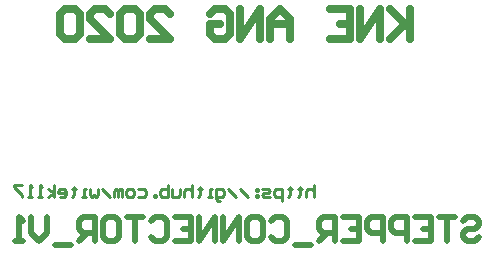
<source format=gbo>
G04*
G04 #@! TF.GenerationSoftware,Altium Limited,Altium Designer,20.0.13 (296)*
G04*
G04 Layer_Color=32896*
%FSLAX25Y25*%
%MOIN*%
G70*
G01*
G75*
%ADD11C,0.02000*%
%ADD13C,0.01000*%
%ADD41C,0.02500*%
D11*
X642168Y201497D02*
X643501Y202830D01*
X646167D01*
X647500Y201497D01*
Y200165D01*
X646167Y198832D01*
X643501D01*
X642168Y197499D01*
Y196166D01*
X643501Y194833D01*
X646167D01*
X647500Y196166D01*
X639503Y202830D02*
X634171D01*
X636837D01*
Y194833D01*
X626174Y202830D02*
X631505D01*
Y194833D01*
X626174D01*
X631505Y198832D02*
X628839D01*
X623508Y194833D02*
Y202830D01*
X619509D01*
X618176Y201497D01*
Y198832D01*
X619509Y197499D01*
X623508D01*
X615510Y194833D02*
Y202830D01*
X611512D01*
X610179Y201497D01*
Y198832D01*
X611512Y197499D01*
X615510D01*
X602181Y202830D02*
X607513D01*
Y194833D01*
X602181D01*
X607513Y198832D02*
X604847D01*
X599515Y194833D02*
Y202830D01*
X595517D01*
X594184Y201497D01*
Y198832D01*
X595517Y197499D01*
X599515D01*
X596850D02*
X594184Y194833D01*
X591518Y193500D02*
X586187D01*
X578189Y201497D02*
X579522Y202830D01*
X582188D01*
X583521Y201497D01*
Y196166D01*
X582188Y194833D01*
X579522D01*
X578189Y196166D01*
X571525Y202830D02*
X574190D01*
X575523Y201497D01*
Y196166D01*
X574190Y194833D01*
X571525D01*
X570192Y196166D01*
Y201497D01*
X571525Y202830D01*
X567526Y194833D02*
Y202830D01*
X562194Y194833D01*
Y202830D01*
X559528Y194833D02*
Y202830D01*
X554197Y194833D01*
Y202830D01*
X546200D02*
X551531D01*
Y194833D01*
X546200D01*
X551531Y198832D02*
X548865D01*
X538202Y201497D02*
X539535Y202830D01*
X542201D01*
X543534Y201497D01*
Y196166D01*
X542201Y194833D01*
X539535D01*
X538202Y196166D01*
X535536Y202830D02*
X530205D01*
X532870D01*
Y194833D01*
X523540Y202830D02*
X526206D01*
X527539Y201497D01*
Y196166D01*
X526206Y194833D01*
X523540D01*
X522207Y196166D01*
Y201497D01*
X523540Y202830D01*
X519541Y194833D02*
Y202830D01*
X515543D01*
X514210Y201497D01*
Y198832D01*
X515543Y197499D01*
X519541D01*
X516876D02*
X514210Y194833D01*
X511544Y193500D02*
X506212D01*
X503547Y202830D02*
Y197499D01*
X500881Y194833D01*
X498215Y197499D01*
Y202830D01*
X495549Y194833D02*
X492883D01*
X494216D01*
Y202830D01*
X495549Y201497D01*
D13*
X592500Y213332D02*
Y209333D01*
Y211332D01*
X591834Y211999D01*
X590501D01*
X589834Y211332D01*
Y209333D01*
X587835Y212665D02*
Y211999D01*
X588501D01*
X587168D01*
X587835D01*
Y209999D01*
X587168Y209333D01*
X584503Y212665D02*
Y211999D01*
X585169D01*
X583836D01*
X584503D01*
Y209999D01*
X583836Y209333D01*
X581837Y208000D02*
Y211999D01*
X579837D01*
X579171Y211332D01*
Y209999D01*
X579837Y209333D01*
X581837D01*
X577838D02*
X575839D01*
X575172Y209999D01*
X575839Y210666D01*
X577172D01*
X577838Y211332D01*
X577172Y211999D01*
X575172D01*
X573839D02*
X573173D01*
Y211332D01*
X573839D01*
Y211999D01*
Y209999D02*
X573173D01*
Y209333D01*
X573839D01*
Y209999D01*
X570507Y209333D02*
X567841Y211999D01*
X566508Y209333D02*
X563843Y211999D01*
X561177Y208000D02*
X560510D01*
X559844Y208666D01*
Y211999D01*
X561843D01*
X562510Y211332D01*
Y209999D01*
X561843Y209333D01*
X559844D01*
X558511D02*
X557178D01*
X557844D01*
Y211999D01*
X558511D01*
X554512Y212665D02*
Y211999D01*
X555179D01*
X553846D01*
X554512D01*
Y209999D01*
X553846Y209333D01*
X551846Y213332D02*
Y209333D01*
Y211332D01*
X551180Y211999D01*
X549847D01*
X549181Y211332D01*
Y209333D01*
X547848Y211999D02*
Y209999D01*
X547181Y209333D01*
X545182D01*
Y211999D01*
X543849Y213332D02*
Y209333D01*
X541850D01*
X541183Y209999D01*
Y210666D01*
Y211332D01*
X541850Y211999D01*
X543849D01*
X539850Y209333D02*
Y209999D01*
X539184D01*
Y209333D01*
X539850D01*
X533852Y211999D02*
X535852D01*
X536518Y211332D01*
Y209999D01*
X535852Y209333D01*
X533852D01*
X531853D02*
X530520D01*
X529853Y209999D01*
Y211332D01*
X530520Y211999D01*
X531853D01*
X532519Y211332D01*
Y209999D01*
X531853Y209333D01*
X528521D02*
Y211999D01*
X527854D01*
X527188Y211332D01*
Y209333D01*
Y211332D01*
X526521Y211999D01*
X525855Y211332D01*
Y209333D01*
X524522D02*
X521856Y211999D01*
X520523D02*
Y209999D01*
X519857Y209333D01*
X519190Y209999D01*
X518524Y209333D01*
X517857Y209999D01*
Y211999D01*
X516525Y209333D02*
X515192D01*
X515858D01*
Y211999D01*
X516525D01*
X512526Y212665D02*
Y211999D01*
X513192D01*
X511859D01*
X512526D01*
Y209999D01*
X511859Y209333D01*
X507861D02*
X509194D01*
X509860Y209999D01*
Y211332D01*
X509194Y211999D01*
X507861D01*
X507194Y211332D01*
Y210666D01*
X509860D01*
X505861Y209333D02*
Y213332D01*
Y210666D02*
X503862Y211999D01*
X505861Y210666D02*
X503862Y209333D01*
X501863D02*
X500530D01*
X501196D01*
Y213332D01*
X501863Y212665D01*
X498530Y209333D02*
X497197D01*
X497864D01*
Y213332D01*
X498530Y212665D01*
X495198Y213332D02*
X492532D01*
Y212665D01*
X495198Y209999D01*
Y209333D01*
D41*
X624500Y271997D02*
Y262000D01*
Y265332D01*
X617836Y271997D01*
X622834Y266998D01*
X617836Y262000D01*
X614503D02*
Y271997D01*
X607839Y262000D01*
Y271997D01*
X597842D02*
X604506D01*
Y262000D01*
X597842D01*
X604506Y266998D02*
X601174D01*
X584513Y262000D02*
Y268665D01*
X581181Y271997D01*
X577848Y268665D01*
Y262000D01*
Y266998D01*
X584513D01*
X574516Y262000D02*
Y271997D01*
X567852Y262000D01*
Y271997D01*
X557855Y270331D02*
X559521Y271997D01*
X562853D01*
X564519Y270331D01*
Y263666D01*
X562853Y262000D01*
X559521D01*
X557855Y263666D01*
Y266998D01*
X561187D01*
X537861Y262000D02*
X544526D01*
X537861Y268665D01*
Y270331D01*
X539528Y271997D01*
X542860D01*
X544526Y270331D01*
X534529D02*
X532863Y271997D01*
X529531D01*
X527865Y270331D01*
Y263666D01*
X529531Y262000D01*
X532863D01*
X534529Y263666D01*
Y270331D01*
X517868Y262000D02*
X524532D01*
X517868Y268665D01*
Y270331D01*
X519534Y271997D01*
X522866D01*
X524532Y270331D01*
X514536D02*
X512869Y271997D01*
X509537D01*
X507871Y270331D01*
Y263666D01*
X509537Y262000D01*
X512869D01*
X514536Y263666D01*
Y270331D01*
M02*

</source>
